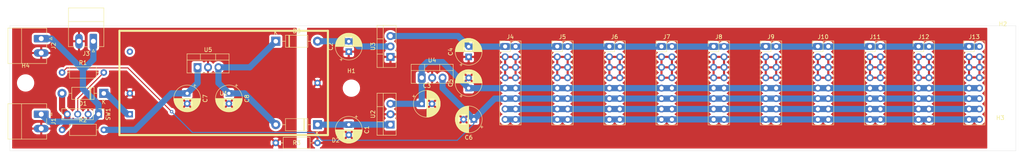
<source format=kicad_pcb>
(kicad_pcb (version 20171130) (host pcbnew 5.1.6)
  (layers (0 F.Cu signal) (31 B.Cu signal) (34 B.Paste user) (35 F.Paste user) (36 B.SilkS user) (37 F.SilkS user) (38 B.Mask user) (39 F.Mask user) (44 Edge.Cuts user))
  (net 0 "")
  (net 1 0V)
  (net 2 +12V)
  (net 3 -12V)
  (net 4 "Net-(D1-Pad1)")
  (net 5 GND)
  (net 6 "Net-(J1-Pad1)")
  (net 7 "Net-(R1-Pad2)")
  (net 8 "Net-(U1-Pad3)")
  (net 9 +5V)
  (net 10 Gate)
  (net 11 CV)
  (net 12 +15V)
  (net 13 -15V)
  (net 14 "Net-(C7-Pad1)")
  (net 15 "Net-(C8-Pad1)")
  (net 16 VIN)
  (module MountingHole:MountingHole_3.2mm_M3 (layer F.Cu) (at 41.91 88.9)
    (fp_text reference H4 (at 0 -4.2) (layer F.SilkS))
    (fp_text value MountingHole)
    (pad 1 np_thru_hole circle (at 0 0) (size 3.2 3.2) (drill 3.2) (layers *.Cu *.Mask))
  )
  (module MountingHole:MountingHole_3.2mm_M3 (layer F.Cu) (at 279.4 101.6)
    (fp_text reference H3 (at 0 -4.2) (layer F.SilkS))
    (fp_text value MountingHole)
    (pad 1 np_thru_hole circle (at 0 0) (size 3.2 3.2) (drill 3.2) (layers *.Cu *.Mask))
  )
  (module MountingHole:MountingHole_3.2mm_M3 (layer F.Cu) (at 280.035 78.74)
    (fp_text reference H2 (at 0 -4.2) (layer F.SilkS))
    (fp_text value MountingHole)
    (pad 1 np_thru_hole circle (at 0 0) (size 3.2 3.2) (drill 3.2) (layers *.Cu *.Mask))
  )
  (module MountingHole:MountingHole_3.2mm_M3 (layer F.Cu) (at 121.285 90.17)
    (fp_text reference H1 (at 0 -4.2) (layer F.SilkS))
    (fp_text value MountingHole)
    (pad 1 np_thru_hole circle (at 0 0) (size 3.2 3.2) (drill 3.2) (layers *.Cu *.Mask))
  )
  (module Package_TO_SOT_THT:TO-220-3_Vertical (layer F.Cu) (at 83.82 85.09)
    (fp_text reference U5 (at 2.54 -4.27) (layer F.SilkS))
    (fp_text value VR20S12)
    (pad 3 thru_hole oval (at 5.08 0) (size 1.905 2) (drill 1.1) (layers *.Cu *.Mask) (net 15 "Net-(C8-Pad1)"))
    (pad 2 thru_hole oval (at 2.54 0) (size 1.905 2) (drill 1.1) (layers *.Cu *.Mask) (net 5 GND))
    (pad 1 thru_hole rect (at 0 0) (size 1.905 2) (drill 1.1) (layers *.Cu *.Mask) (net 14 "Net-(C7-Pad1)"))
  )
  (module Resistor_THT:R_Axial_DIN0207_L6.3mm_D2.5mm_P10.16mm_Horizontal (layer F.Cu) (at 102.87 103.505)
    (fp_text reference R3 (at 5.08 0) (layer F.SilkS))
    (fp_text value 0R)
    (pad 2 thru_hole oval (at 10.16 0) (size 1.6 1.6) (drill 0.8) (layers *.Cu *.Mask) (net 1 0V))
    (pad 1 thru_hole circle (at 0 0) (size 1.6 1.6) (drill 0.8) (layers *.Cu *.Mask) (net 5 GND))
  )
  (module Resistor_THT:R_Axial_DIN0207_L6.3mm_D2.5mm_P10.16mm_Horizontal (layer F.Cu) (at 50.8 100.33)
    (fp_text reference R2 (at 5.08 -2.37) (layer F.SilkS))
    (fp_text value 0R)
    (pad 2 thru_hole oval (at 10.16 0) (size 1.6 1.6) (drill 0.8) (layers *.Cu *.Mask) (net 14 "Net-(C7-Pad1)"))
    (pad 1 thru_hole circle (at 0 0) (size 1.6 1.6) (drill 0.8) (layers *.Cu *.Mask) (net 16 VIN))
  )
  (module Diode_THT:D_DO-41_SOD81_P10.16mm_Horizontal (layer F.Cu) (at 102.87 78.74)
    (fp_text reference D3 (at 5.08 -2.47) (layer F.SilkS))
    (fp_text value 1N5406RLG)
    (fp_text user K (at 0 -2.1) (layer F.SilkS))
    (pad 2 thru_hole oval (at 10.16 0) (size 2.2 2.2) (drill 1.1) (layers *.Cu *.Mask) (net 13 -15V))
    (pad 1 thru_hole rect (at 0 0) (size 2.2 2.2) (drill 1.1) (layers *.Cu *.Mask) (net 15 "Net-(C8-Pad1)"))
  )
  (module Diode_THT:D_DO-41_SOD81_P10.16mm_Horizontal (layer F.Cu) (at 113.03 99.06 180)
    (fp_text reference D2 (at -4.445 -3.81) (layer F.SilkS))
    (fp_text value 1N5406RLG)
    (fp_text user K (at 0 -2.1) (layer F.SilkS))
    (pad 2 thru_hole oval (at 10.16 0 180) (size 2.2 2.2) (drill 1.1) (layers *.Cu *.Mask) (net 15 "Net-(C8-Pad1)"))
    (pad 1 thru_hole rect (at 0 0 180) (size 2.2 2.2) (drill 1.1) (layers *.Cu *.Mask) (net 12 +15V))
  )
  (module Capacitor_THT:CP_Radial_D6.3mm_P2.50mm (layer F.Cu) (at 91.44 91.44 270)
    (fp_text reference C8 (at 1.25 -4.4 90) (layer F.SilkS))
    (fp_text value 22u/50V)
    (pad 2 thru_hole circle (at 2.5 0 270) (size 1.6 1.6) (drill 0.8) (layers *.Cu *.Mask) (net 5 GND))
    (pad 1 thru_hole rect (at 0 0 270) (size 1.6 1.6) (drill 0.8) (layers *.Cu *.Mask) (net 15 "Net-(C8-Pad1)"))
  )
  (module Capacitor_THT:CP_Radial_D6.3mm_P2.50mm (layer F.Cu) (at 81.28 91.44 270)
    (fp_text reference C7 (at 1.25 -4.4 90) (layer F.SilkS))
    (fp_text value 22u/50V)
    (pad 2 thru_hole circle (at 2.5 0 270) (size 1.6 1.6) (drill 0.8) (layers *.Cu *.Mask) (net 5 GND))
    (pad 1 thru_hole rect (at 0 0 270) (size 1.6 1.6) (drill 0.8) (layers *.Cu *.Mask) (net 14 "Net-(C7-Pad1)"))
  )
  (module Connector_Phoenix_MC:PhoenixContact_MC_1,5_2-G-3.5_1x02_P3.50mm_Horizontal (layer F.Cu) (at 58.42 78.74 180)
    (fp_text reference J3 (at 1.75 -3) (layer F.SilkS))
    (fp_text value Conn_01x02_Male)
    (pad 2 thru_hole oval (at 3.5 0 180) (size 1.8 3.6) (drill 1.2) (layers *.Cu *.Mask) (net 5 GND))
    (pad 1 thru_hole roundrect (at 0 0 180) (size 1.8 3.6) (drill 1.2) (layers *.Cu *.Mask) (roundrect_rratio 0.138889) (net 6 "Net-(J1-Pad1)"))
  )
  (module Connector_Phoenix_MC:PhoenixContact_MC_1,5_2-G-3.5_1x02_P3.50mm_Horizontal (layer F.Cu) (at 45.72 78.105 270)
    (fp_text reference J2 (at 1.75 -3 90) (layer F.SilkS))
    (fp_text value Conn_01x02_Male)
    (pad 2 thru_hole oval (at 3.5 0 270) (size 1.8 3.6) (drill 1.2) (layers *.Cu *.Mask) (net 5 GND))
    (pad 1 thru_hole roundrect (at 0 0 270) (size 1.8 3.6) (drill 1.2) (layers *.Cu *.Mask) (roundrect_rratio 0.138889) (net 6 "Net-(J1-Pad1)"))
  )
  (module Connector_Phoenix_MC:PhoenixContact_MC_1,5_2-G-3.5_1x02_P3.50mm_Horizontal (layer F.Cu) (at 45.72 96.52 270)
    (fp_text reference J1 (at 1.75 -3 90) (layer F.SilkS))
    (fp_text value Conn_01x02_Male)
    (pad 2 thru_hole oval (at 3.5 0 270) (size 1.8 3.6) (drill 1.2) (layers *.Cu *.Mask) (net 5 GND))
    (pad 1 thru_hole roundrect (at 0 0 270) (size 1.8 3.6) (drill 1.2) (layers *.Cu *.Mask) (roundrect_rratio 0.138889) (net 6 "Net-(J1-Pad1)"))
  )
  (module Package_TO_SOT_THT:TO-220-3_Vertical (layer F.Cu) (at 130.81 82.55 90)
    (fp_text reference U3 (at 2.54 -4.27 90) (layer F.SilkS))
    (fp_text value LM7912_TO220)
    (pad 3 thru_hole oval (at 5.08 0 90) (size 1.905 2) (drill 1.1) (layers *.Cu *.Mask) (net 3 -12V))
    (pad 2 thru_hole oval (at 2.54 0 90) (size 1.905 2) (drill 1.1) (layers *.Cu *.Mask) (net 13 -15V))
    (pad 1 thru_hole rect (at 0 0 90) (size 1.905 2) (drill 1.1) (layers *.Cu *.Mask) (net 1 0V))
  )
  (module Package_TO_SOT_THT:TO-220-3_Vertical (layer F.Cu) (at 130.81 99.06 90)
    (fp_text reference U2 (at 2.54 -4.27 90) (layer F.SilkS))
    (fp_text value LM7812_TO220)
    (pad 3 thru_hole oval (at 5.08 0 90) (size 1.905 2) (drill 1.1) (layers *.Cu *.Mask) (net 2 +12V))
    (pad 2 thru_hole oval (at 2.54 0 90) (size 1.905 2) (drill 1.1) (layers *.Cu *.Mask) (net 1 0V))
    (pad 1 thru_hole rect (at 0 0 90) (size 1.905 2) (drill 1.1) (layers *.Cu *.Mask) (net 12 +15V))
  )
  (module Connector_PinHeader_2.54mm:PinHeader_2x08_P2.54mm_Vertical (layer F.Cu) (at 271.78 80.01)
    (fp_text reference J13 (at 1.27 -2.33) (layer F.SilkS))
    (fp_text value Conn_02x08_Odd_Even)
    (pad 16 thru_hole oval (at 2.54 17.78) (size 1.7 1.7) (drill 1) (layers *.Cu *.Mask) (net 10 Gate))
    (pad 15 thru_hole oval (at 0 17.78) (size 1.7 1.7) (drill 1) (layers *.Cu *.Mask) (net 10 Gate))
    (pad 14 thru_hole oval (at 2.54 15.24) (size 1.7 1.7) (drill 1) (layers *.Cu *.Mask) (net 11 CV))
    (pad 13 thru_hole oval (at 0 15.24) (size 1.7 1.7) (drill 1) (layers *.Cu *.Mask) (net 11 CV))
    (pad 12 thru_hole oval (at 2.54 12.7) (size 1.7 1.7) (drill 1) (layers *.Cu *.Mask) (net 9 +5V))
    (pad 11 thru_hole oval (at 0 12.7) (size 1.7 1.7) (drill 1) (layers *.Cu *.Mask) (net 9 +5V))
    (pad 10 thru_hole oval (at 2.54 10.16) (size 1.7 1.7) (drill 1) (layers *.Cu *.Mask) (net 2 +12V))
    (pad 9 thru_hole oval (at 0 10.16) (size 1.7 1.7) (drill 1) (layers *.Cu *.Mask) (net 2 +12V))
    (pad 8 thru_hole oval (at 2.54 7.62) (size 1.7 1.7) (drill 1) (layers *.Cu *.Mask) (net 1 0V))
    (pad 7 thru_hole oval (at 0 7.62) (size 1.7 1.7) (drill 1) (layers *.Cu *.Mask) (net 1 0V))
    (pad 6 thru_hole oval (at 2.54 5.08) (size 1.7 1.7) (drill 1) (layers *.Cu *.Mask) (net 1 0V))
    (pad 5 thru_hole oval (at 0 5.08) (size 1.7 1.7) (drill 1) (layers *.Cu *.Mask) (net 1 0V))
    (pad 4 thru_hole oval (at 2.54 2.54) (size 1.7 1.7) (drill 1) (layers *.Cu *.Mask) (net 1 0V))
    (pad 3 thru_hole oval (at 0 2.54) (size 1.7 1.7) (drill 1) (layers *.Cu *.Mask) (net 1 0V))
    (pad 2 thru_hole oval (at 2.54 0) (size 1.7 1.7) (drill 1) (layers *.Cu *.Mask) (net 3 -12V))
    (pad 1 thru_hole rect (at 0 0) (size 1.7 1.7) (drill 1) (layers *.Cu *.Mask) (net 3 -12V))
  )
  (module Connector_PinHeader_2.54mm:PinHeader_2x08_P2.54mm_Vertical (layer F.Cu) (at 259.484759 80.01)
    (fp_text reference J12 (at 1.27 -2.33) (layer F.SilkS))
    (fp_text value Conn_02x08_Odd_Even)
    (pad 16 thru_hole oval (at 2.54 17.78) (size 1.7 1.7) (drill 1) (layers *.Cu *.Mask) (net 10 Gate))
    (pad 15 thru_hole oval (at 0 17.78) (size 1.7 1.7) (drill 1) (layers *.Cu *.Mask) (net 10 Gate))
    (pad 14 thru_hole oval (at 2.54 15.24) (size 1.7 1.7) (drill 1) (layers *.Cu *.Mask) (net 11 CV))
    (pad 13 thru_hole oval (at 0 15.24) (size 1.7 1.7) (drill 1) (layers *.Cu *.Mask) (net 11 CV))
    (pad 12 thru_hole oval (at 2.54 12.7) (size 1.7 1.7) (drill 1) (layers *.Cu *.Mask) (net 9 +5V))
    (pad 11 thru_hole oval (at 0 12.7) (size 1.7 1.7) (drill 1) (layers *.Cu *.Mask) (net 9 +5V))
    (pad 10 thru_hole oval (at 2.54 10.16) (size 1.7 1.7) (drill 1) (layers *.Cu *.Mask) (net 2 +12V))
    (pad 9 thru_hole oval (at 0 10.16) (size 1.7 1.7) (drill 1) (layers *.Cu *.Mask) (net 2 +12V))
    (pad 8 thru_hole oval (at 2.54 7.62) (size 1.7 1.7) (drill 1) (layers *.Cu *.Mask) (net 1 0V))
    (pad 7 thru_hole oval (at 0 7.62) (size 1.7 1.7) (drill 1) (layers *.Cu *.Mask) (net 1 0V))
    (pad 6 thru_hole oval (at 2.54 5.08) (size 1.7 1.7) (drill 1) (layers *.Cu *.Mask) (net 1 0V))
    (pad 5 thru_hole oval (at 0 5.08) (size 1.7 1.7) (drill 1) (layers *.Cu *.Mask) (net 1 0V))
    (pad 4 thru_hole oval (at 2.54 2.54) (size 1.7 1.7) (drill 1) (layers *.Cu *.Mask) (net 1 0V))
    (pad 3 thru_hole oval (at 0 2.54) (size 1.7 1.7) (drill 1) (layers *.Cu *.Mask) (net 1 0V))
    (pad 2 thru_hole oval (at 2.54 0) (size 1.7 1.7) (drill 1) (layers *.Cu *.Mask) (net 3 -12V))
    (pad 1 thru_hole rect (at 0 0) (size 1.7 1.7) (drill 1) (layers *.Cu *.Mask) (net 3 -12V))
  )
  (module Connector_PinHeader_2.54mm:PinHeader_2x08_P2.54mm_Vertical (layer F.Cu) (at 247.65 80.01)
    (fp_text reference J11 (at 1.27 -2.33) (layer F.SilkS))
    (fp_text value Conn_02x08_Odd_Even)
    (pad 16 thru_hole oval (at 2.54 17.78) (size 1.7 1.7) (drill 1) (layers *.Cu *.Mask) (net 10 Gate))
    (pad 15 thru_hole oval (at 0 17.78) (size 1.7 1.7) (drill 1) (layers *.Cu *.Mask) (net 10 Gate))
    (pad 14 thru_hole oval (at 2.54 15.24) (size 1.7 1.7) (drill 1) (layers *.Cu *.Mask) (net 11 CV))
    (pad 13 thru_hole oval (at 0 15.24) (size 1.7 1.7) (drill 1) (layers *.Cu *.Mask) (net 11 CV))
    (pad 12 thru_hole oval (at 2.54 12.7) (size 1.7 1.7) (drill 1) (layers *.Cu *.Mask) (net 9 +5V))
    (pad 11 thru_hole oval (at 0 12.7) (size 1.7 1.7) (drill 1) (layers *.Cu *.Mask) (net 9 +5V))
    (pad 10 thru_hole oval (at 2.54 10.16) (size 1.7 1.7) (drill 1) (layers *.Cu *.Mask) (net 2 +12V))
    (pad 9 thru_hole oval (at 0 10.16) (size 1.7 1.7) (drill 1) (layers *.Cu *.Mask) (net 2 +12V))
    (pad 8 thru_hole oval (at 2.54 7.62) (size 1.7 1.7) (drill 1) (layers *.Cu *.Mask) (net 1 0V))
    (pad 7 thru_hole oval (at 0 7.62) (size 1.7 1.7) (drill 1) (layers *.Cu *.Mask) (net 1 0V))
    (pad 6 thru_hole oval (at 2.54 5.08) (size 1.7 1.7) (drill 1) (layers *.Cu *.Mask) (net 1 0V))
    (pad 5 thru_hole oval (at 0 5.08) (size 1.7 1.7) (drill 1) (layers *.Cu *.Mask) (net 1 0V))
    (pad 4 thru_hole oval (at 2.54 2.54) (size 1.7 1.7) (drill 1) (layers *.Cu *.Mask) (net 1 0V))
    (pad 3 thru_hole oval (at 0 2.54) (size 1.7 1.7) (drill 1) (layers *.Cu *.Mask) (net 1 0V))
    (pad 2 thru_hole oval (at 2.54 0) (size 1.7 1.7) (drill 1) (layers *.Cu *.Mask) (net 3 -12V))
    (pad 1 thru_hole rect (at 0 0) (size 1.7 1.7) (drill 1) (layers *.Cu *.Mask) (net 3 -12V))
  )
  (module Connector_PinHeader_2.54mm:PinHeader_2x08_P2.54mm_Vertical (layer F.Cu) (at 234.95 80.01)
    (fp_text reference J10 (at 1.27 -2.33) (layer F.SilkS))
    (fp_text value Conn_02x08_Odd_Even)
    (pad 16 thru_hole oval (at 2.54 17.78) (size 1.7 1.7) (drill 1) (layers *.Cu *.Mask) (net 10 Gate))
    (pad 15 thru_hole oval (at 0 17.78) (size 1.7 1.7) (drill 1) (layers *.Cu *.Mask) (net 10 Gate))
    (pad 14 thru_hole oval (at 2.54 15.24) (size 1.7 1.7) (drill 1) (layers *.Cu *.Mask) (net 11 CV))
    (pad 13 thru_hole oval (at 0 15.24) (size 1.7 1.7) (drill 1) (layers *.Cu *.Mask) (net 11 CV))
    (pad 12 thru_hole oval (at 2.54 12.7) (size 1.7 1.7) (drill 1) (layers *.Cu *.Mask) (net 9 +5V))
    (pad 11 thru_hole oval (at 0 12.7) (size 1.7 1.7) (drill 1) (layers *.Cu *.Mask) (net 9 +5V))
    (pad 10 thru_hole oval (at 2.54 10.16) (size 1.7 1.7) (drill 1) (layers *.Cu *.Mask) (net 2 +12V))
    (pad 9 thru_hole oval (at 0 10.16) (size 1.7 1.7) (drill 1) (layers *.Cu *.Mask) (net 2 +12V))
    (pad 8 thru_hole oval (at 2.54 7.62) (size 1.7 1.7) (drill 1) (layers *.Cu *.Mask) (net 1 0V))
    (pad 7 thru_hole oval (at 0 7.62) (size 1.7 1.7) (drill 1) (layers *.Cu *.Mask) (net 1 0V))
    (pad 6 thru_hole oval (at 2.54 5.08) (size 1.7 1.7) (drill 1) (layers *.Cu *.Mask) (net 1 0V))
    (pad 5 thru_hole oval (at 0 5.08) (size 1.7 1.7) (drill 1) (layers *.Cu *.Mask) (net 1 0V))
    (pad 4 thru_hole oval (at 2.54 2.54) (size 1.7 1.7) (drill 1) (layers *.Cu *.Mask) (net 1 0V))
    (pad 3 thru_hole oval (at 0 2.54) (size 1.7 1.7) (drill 1) (layers *.Cu *.Mask) (net 1 0V))
    (pad 2 thru_hole oval (at 2.54 0) (size 1.7 1.7) (drill 1) (layers *.Cu *.Mask) (net 3 -12V))
    (pad 1 thru_hole rect (at 0 0) (size 1.7 1.7) (drill 1) (layers *.Cu *.Mask) (net 3 -12V))
  )
  (module Connector_PinHeader_2.54mm:PinHeader_2x08_P2.54mm_Vertical (layer F.Cu) (at 222.25 80.01)
    (fp_text reference J9 (at 1.27 -2.33) (layer F.SilkS))
    (fp_text value Conn_02x08_Odd_Even)
    (pad 16 thru_hole oval (at 2.54 17.78) (size 1.7 1.7) (drill 1) (layers *.Cu *.Mask) (net 10 Gate))
    (pad 15 thru_hole oval (at 0 17.78) (size 1.7 1.7) (drill 1) (layers *.Cu *.Mask) (net 10 Gate))
    (pad 14 thru_hole oval (at 2.54 15.24) (size 1.7 1.7) (drill 1) (layers *.Cu *.Mask) (net 11 CV))
    (pad 13 thru_hole oval (at 0 15.24) (size 1.7 1.7) (drill 1) (layers *.Cu *.Mask) (net 11 CV))
    (pad 12 thru_hole oval (at 2.54 12.7) (size 1.7 1.7) (drill 1) (layers *.Cu *.Mask) (net 9 +5V))
    (pad 11 thru_hole oval (at 0 12.7) (size 1.7 1.7) (drill 1) (layers *.Cu *.Mask) (net 9 +5V))
    (pad 10 thru_hole oval (at 2.54 10.16) (size 1.7 1.7) (drill 1) (layers *.Cu *.Mask) (net 2 +12V))
    (pad 9 thru_hole oval (at 0 10.16) (size 1.7 1.7) (drill 1) (layers *.Cu *.Mask) (net 2 +12V))
    (pad 8 thru_hole oval (at 2.54 7.62) (size 1.7 1.7) (drill 1) (layers *.Cu *.Mask) (net 1 0V))
    (pad 7 thru_hole oval (at 0 7.62) (size 1.7 1.7) (drill 1) (layers *.Cu *.Mask) (net 1 0V))
    (pad 6 thru_hole oval (at 2.54 5.08) (size 1.7 1.7) (drill 1) (layers *.Cu *.Mask) (net 1 0V))
    (pad 5 thru_hole oval (at 0 5.08) (size 1.7 1.7) (drill 1) (layers *.Cu *.Mask) (net 1 0V))
    (pad 4 thru_hole oval (at 2.54 2.54) (size 1.7 1.7) (drill 1) (layers *.Cu *.Mask) (net 1 0V))
    (pad 3 thru_hole oval (at 0 2.54) (size 1.7 1.7) (drill 1) (layers *.Cu *.Mask) (net 1 0V))
    (pad 2 thru_hole oval (at 2.54 0) (size 1.7 1.7) (drill 1) (layers *.Cu *.Mask) (net 3 -12V))
    (pad 1 thru_hole rect (at 0 0) (size 1.7 1.7) (drill 1) (layers *.Cu *.Mask) (net 3 -12V))
  )
  (module Connector_PinHeader_2.54mm:PinHeader_2x08_P2.54mm_Vertical (layer F.Cu) (at 209.55 80.01)
    (fp_text reference J8 (at 1.27 -2.33) (layer F.SilkS))
    (fp_text value Conn_02x08_Odd_Even)
    (pad 16 thru_hole oval (at 2.54 17.78) (size 1.7 1.7) (drill 1) (layers *.Cu *.Mask) (net 10 Gate))
    (pad 15 thru_hole oval (at 0 17.78) (size 1.7 1.7) (drill 1) (layers *.Cu *.Mask) (net 10 Gate))
    (pad 14 thru_hole oval (at 2.54 15.24) (size 1.7 1.7) (drill 1) (layers *.Cu *.Mask) (net 11 CV))
    (pad 13 thru_hole oval (at 0 15.24) (size 1.7 1.7) (drill 1) (layers *.Cu *.Mask) (net 11 CV))
    (pad 12 thru_hole oval (at 2.54 12.7) (size 1.7 1.7) (drill 1) (layers *.Cu *.Mask) (net 9 +5V))
    (pad 11 thru_hole oval (at 0 12.7) (size 1.7 1.7) (drill 1) (layers *.Cu *.Mask) (net 9 +5V))
    (pad 10 thru_hole oval (at 2.54 10.16) (size 1.7 1.7) (drill 1) (layers *.Cu *.Mask) (net 2 +12V))
    (pad 9 thru_hole oval (at 0 10.16) (size 1.7 1.7) (drill 1) (layers *.Cu *.Mask) (net 2 +12V))
    (pad 8 thru_hole oval (at 2.54 7.62) (size 1.7 1.7) (drill 1) (layers *.Cu *.Mask) (net 1 0V))
    (pad 7 thru_hole oval (at 0 7.62) (size 1.7 1.7) (drill 1) (layers *.Cu *.Mask) (net 1 0V))
    (pad 6 thru_hole oval (at 2.54 5.08) (size 1.7 1.7) (drill 1) (layers *.Cu *.Mask) (net 1 0V))
    (pad 5 thru_hole oval (at 0 5.08) (size 1.7 1.7) (drill 1) (layers *.Cu *.Mask) (net 1 0V))
    (pad 4 thru_hole oval (at 2.54 2.54) (size 1.7 1.7) (drill 1) (layers *.Cu *.Mask) (net 1 0V))
    (pad 3 thru_hole oval (at 0 2.54) (size 1.7 1.7) (drill 1) (layers *.Cu *.Mask) (net 1 0V))
    (pad 2 thru_hole oval (at 2.54 0) (size 1.7 1.7) (drill 1) (layers *.Cu *.Mask) (net 3 -12V))
    (pad 1 thru_hole rect (at 0 0) (size 1.7 1.7) (drill 1) (layers *.Cu *.Mask) (net 3 -12V))
  )
  (module Connector_PinHeader_2.54mm:PinHeader_2x08_P2.54mm_Vertical (layer F.Cu) (at 196.85 80.01)
    (fp_text reference J7 (at 1.27 -2.33) (layer F.SilkS))
    (fp_text value Conn_02x08_Odd_Even)
    (pad 16 thru_hole oval (at 2.54 17.78) (size 1.7 1.7) (drill 1) (layers *.Cu *.Mask) (net 10 Gate))
    (pad 15 thru_hole oval (at 0 17.78) (size 1.7 1.7) (drill 1) (layers *.Cu *.Mask) (net 10 Gate))
    (pad 14 thru_hole oval (at 2.54 15.24) (size 1.7 1.7) (drill 1) (layers *.Cu *.Mask) (net 11 CV))
    (pad 13 thru_hole oval (at 0 15.24) (size 1.7 1.7) (drill 1) (layers *.Cu *.Mask) (net 11 CV))
    (pad 12 thru_hole oval (at 2.54 12.7) (size 1.7 1.7) (drill 1) (layers *.Cu *.Mask) (net 9 +5V))
    (pad 11 thru_hole oval (at 0 12.7) (size 1.7 1.7) (drill 1) (layers *.Cu *.Mask) (net 9 +5V))
    (pad 10 thru_hole oval (at 2.54 10.16) (size 1.7 1.7) (drill 1) (layers *.Cu *.Mask) (net 2 +12V))
    (pad 9 thru_hole oval (at 0 10.16) (size 1.7 1.7) (drill 1) (layers *.Cu *.Mask) (net 2 +12V))
    (pad 8 thru_hole oval (at 2.54 7.62) (size 1.7 1.7) (drill 1) (layers *.Cu *.Mask) (net 1 0V))
    (pad 7 thru_hole oval (at 0 7.62) (size 1.7 1.7) (drill 1) (layers *.Cu *.Mask) (net 1 0V))
    (pad 6 thru_hole oval (at 2.54 5.08) (size 1.7 1.7) (drill 1) (layers *.Cu *.Mask) (net 1 0V))
    (pad 5 thru_hole oval (at 0 5.08) (size 1.7 1.7) (drill 1) (layers *.Cu *.Mask) (net 1 0V))
    (pad 4 thru_hole oval (at 2.54 2.54) (size 1.7 1.7) (drill 1) (layers *.Cu *.Mask) (net 1 0V))
    (pad 3 thru_hole oval (at 0 2.54) (size 1.7 1.7) (drill 1) (layers *.Cu *.Mask) (net 1 0V))
    (pad 2 thru_hole oval (at 2.54 0) (size 1.7 1.7) (drill 1) (layers *.Cu *.Mask) (net 3 -12V))
    (pad 1 thru_hole rect (at 0 0) (size 1.7 1.7) (drill 1) (layers *.Cu *.Mask) (net 3 -12V))
  )
  (module Connector_PinHeader_2.54mm:PinHeader_2x08_P2.54mm_Vertical (layer F.Cu) (at 184.15 80.01)
    (fp_text reference J6 (at 1.27 -2.33) (layer F.SilkS))
    (fp_text value Conn_02x08_Odd_Even)
    (pad 16 thru_hole oval (at 2.54 17.78) (size 1.7 1.7) (drill 1) (layers *.Cu *.Mask) (net 10 Gate))
    (pad 15 thru_hole oval (at 0 17.78) (size 1.7 1.7) (drill 1) (layers *.Cu *.Mask) (net 10 Gate))
    (pad 14 thru_hole oval (at 2.54 15.24) (size 1.7 1.7) (drill 1) (layers *.Cu *.Mask) (net 11 CV))
    (pad 13 thru_hole oval (at 0 15.24) (size 1.7 1.7) (drill 1) (layers *.Cu *.Mask) (net 11 CV))
    (pad 12 thru_hole oval (at 2.54 12.7) (size 1.7 1.7) (drill 1) (layers *.Cu *.Mask) (net 9 +5V))
    (pad 11 thru_hole oval (at 0 12.7) (size 1.7 1.7) (drill 1) (layers *.Cu *.Mask) (net 9 +5V))
    (pad 10 thru_hole oval (at 2.54 10.16) (size 1.7 1.7) (drill 1) (layers *.Cu *.Mask) (net 2 +12V))
    (pad 9 thru_hole oval (at 0 10.16) (size 1.7 1.7) (drill 1) (layers *.Cu *.Mask) (net 2 +12V))
    (pad 8 thru_hole oval (at 2.54 7.62) (size 1.7 1.7) (drill 1) (layers *.Cu *.Mask) (net 1 0V))
    (pad 7 thru_hole oval (at 0 7.62) (size 1.7 1.7) (drill 1) (layers *.Cu *.Mask) (net 1 0V))
    (pad 6 thru_hole oval (at 2.54 5.08) (size 1.7 1.7) (drill 1) (layers *.Cu *.Mask) (net 1 0V))
    (pad 5 thru_hole oval (at 0 5.08) (size 1.7 1.7) (drill 1) (layers *.Cu *.Mask) (net 1 0V))
    (pad 4 thru_hole oval (at 2.54 2.54) (size 1.7 1.7) (drill 1) (layers *.Cu *.Mask) (net 1 0V))
    (pad 3 thru_hole oval (at 0 2.54) (size 1.7 1.7) (drill 1) (layers *.Cu *.Mask) (net 1 0V))
    (pad 2 thru_hole oval (at 2.54 0) (size 1.7 1.7) (drill 1) (layers *.Cu *.Mask) (net 3 -12V))
    (pad 1 thru_hole rect (at 0 0) (size 1.7 1.7) (drill 1) (layers *.Cu *.Mask) (net 3 -12V))
  )
  (module Connector_PinHeader_2.54mm:PinHeader_2x08_P2.54mm_Vertical (layer F.Cu) (at 171.45 80.01)
    (fp_text reference J5 (at 1.27 -2.33) (layer F.SilkS))
    (fp_text value Conn_02x08_Odd_Even)
    (pad 16 thru_hole oval (at 2.54 17.78) (size 1.7 1.7) (drill 1) (layers *.Cu *.Mask) (net 10 Gate))
    (pad 15 thru_hole oval (at 0 17.78) (size 1.7 1.7) (drill 1) (layers *.Cu *.Mask) (net 10 Gate))
    (pad 14 thru_hole oval (at 2.54 15.24) (size 1.7 1.7) (drill 1) (layers *.Cu *.Mask) (net 11 CV))
    (pad 13 thru_hole oval (at 0 15.24) (size 1.7 1.7) (drill 1) (layers *.Cu *.Mask) (net 11 CV))
    (pad 12 thru_hole oval (at 2.54 12.7) (size 1.7 1.7) (drill 1) (layers *.Cu *.Mask) (net 9 +5V))
    (pad 11 thru_hole oval (at 0 12.7) (size 1.7 1.7) (drill 1) (layers *.Cu *.Mask) (net 9 +5V))
    (pad 10 thru_hole oval (at 2.54 10.16) (size 1.7 1.7) (drill 1) (layers *.Cu *.Mask) (net 2 +12V))
    (pad 9 thru_hole oval (at 0 10.16) (size 1.7 1.7) (drill 1) (layers *.Cu *.Mask) (net 2 +12V))
    (pad 8 thru_hole oval (at 2.54 7.62) (size 1.7 1.7) (drill 1) (layers *.Cu *.Mask) (net 1 0V))
    (pad 7 thru_hole oval (at 0 7.62) (size 1.7 1.7) (drill 1) (layers *.Cu *.Mask) (net 1 0V))
    (pad 6 thru_hole oval (at 2.54 5.08) (size 1.7 1.7) (drill 1) (layers *.Cu *.Mask) (net 1 0V))
    (pad 5 thru_hole oval (at 0 5.08) (size 1.7 1.7) (drill 1) (layers *.Cu *.Mask) (net 1 0V))
    (pad 4 thru_hole oval (at 2.54 2.54) (size 1.7 1.7) (drill 1) (layers *.Cu *.Mask) (net 1 0V))
    (pad 3 thru_hole oval (at 0 2.54) (size 1.7 1.7) (drill 1) (layers *.Cu *.Mask) (net 1 0V))
    (pad 2 thru_hole oval (at 2.54 0) (size 1.7 1.7) (drill 1) (layers *.Cu *.Mask) (net 3 -12V))
    (pad 1 thru_hole rect (at 0 0) (size 1.7 1.7) (drill 1) (layers *.Cu *.Mask) (net 3 -12V))
  )
  (module Connector_PinHeader_2.54mm:PinHeader_2x08_P2.54mm_Vertical (layer F.Cu) (at 158.75 80.01)
    (fp_text reference J4 (at 1.27 -2.33) (layer F.SilkS))
    (fp_text value Conn_02x08_Odd_Even)
    (pad 16 thru_hole oval (at 2.54 17.78) (size 1.7 1.7) (drill 1) (layers *.Cu *.Mask) (net 10 Gate))
    (pad 15 thru_hole oval (at 0 17.78) (size 1.7 1.7) (drill 1) (layers *.Cu *.Mask) (net 10 Gate))
    (pad 14 thru_hole oval (at 2.54 15.24) (size 1.7 1.7) (drill 1) (layers *.Cu *.Mask) (net 11 CV))
    (pad 13 thru_hole oval (at 0 15.24) (size 1.7 1.7) (drill 1) (layers *.Cu *.Mask) (net 11 CV))
    (pad 12 thru_hole oval (at 2.54 12.7) (size 1.7 1.7) (drill 1) (layers *.Cu *.Mask) (net 9 +5V))
    (pad 11 thru_hole oval (at 0 12.7) (size 1.7 1.7) (drill 1) (layers *.Cu *.Mask) (net 9 +5V))
    (pad 10 thru_hole oval (at 2.54 10.16) (size 1.7 1.7) (drill 1) (layers *.Cu *.Mask) (net 2 +12V))
    (pad 9 thru_hole oval (at 0 10.16) (size 1.7 1.7) (drill 1) (layers *.Cu *.Mask) (net 2 +12V))
    (pad 8 thru_hole oval (at 2.54 7.62) (size 1.7 1.7) (drill 1) (layers *.Cu *.Mask) (net 1 0V))
    (pad 7 thru_hole oval (at 0 7.62) (size 1.7 1.7) (drill 1) (layers *.Cu *.Mask) (net 1 0V))
    (pad 6 thru_hole oval (at 2.54 5.08) (size 1.7 1.7) (drill 1) (layers *.Cu *.Mask) (net 1 0V))
    (pad 5 thru_hole oval (at 0 5.08) (size 1.7 1.7) (drill 1) (layers *.Cu *.Mask) (net 1 0V))
    (pad 4 thru_hole oval (at 2.54 2.54) (size 1.7 1.7) (drill 1) (layers *.Cu *.Mask) (net 1 0V))
    (pad 3 thru_hole oval (at 0 2.54) (size 1.7 1.7) (drill 1) (layers *.Cu *.Mask) (net 1 0V))
    (pad 2 thru_hole oval (at 2.54 0) (size 1.7 1.7) (drill 1) (layers *.Cu *.Mask) (net 3 -12V))
    (pad 1 thru_hole rect (at 0 0) (size 1.7 1.7) (drill 1) (layers *.Cu *.Mask) (net 3 -12V))
  )
  (module Capacitor_THT:CP_Radial_D6.3mm_P2.50mm (layer F.Cu) (at 151.13 97.79 180)
    (fp_text reference C6 (at 1.25 -4.4) (layer F.SilkS))
    (fp_text value 330n)
    (pad 2 thru_hole circle (at 2.5 0 180) (size 1.6 1.6) (drill 0.8) (layers *.Cu *.Mask) (net 1 0V))
    (pad 1 thru_hole rect (at 0 0 180) (size 1.6 1.6) (drill 0.8) (layers *.Cu *.Mask) (net 9 +5V))
  )
  (module Package_TO_SOT_THT:TO-220-3_Vertical (layer F.Cu) (at 138.43 87.63)
    (fp_text reference U4 (at 2.54 -4.27) (layer F.SilkS))
    (fp_text value LM7805_TO220)
    (pad 3 thru_hole oval (at 5.08 0) (size 1.905 2) (drill 1.1) (layers *.Cu *.Mask) (net 9 +5V))
    (pad 2 thru_hole oval (at 2.54 0) (size 1.905 2) (drill 1.1) (layers *.Cu *.Mask) (net 1 0V))
    (pad 1 thru_hole rect (at 0 0) (size 1.905 2) (drill 1.1) (layers *.Cu *.Mask) (net 2 +12V))
  )
  (module psu:PYBE30 (layer F.Cu) (at 90.17 88.9)
    (fp_text reference U1 (at 0 2.54) (layer F.SilkS))
    (fp_text value PYBE30-Q24-D15)
    (pad 5 thru_hole circle (at 22.86 0) (size 1.524 1.524) (drill 0.762) (layers *.Cu *.Mask) (net 1 0V))
    (pad 4 thru_hole circle (at 22.86 -10.16) (size 1.524 1.524) (drill 0.762) (layers *.Cu *.Mask) (net 13 -15V))
    (pad 6 thru_hole circle (at 22.86 10.16) (size 1.524 1.524) (drill 0.762) (layers *.Cu *.Mask) (net 12 +15V))
    (pad 3 thru_hole circle (at -22.86 -7.62) (size 1.524 1.524) (drill 0.762) (layers *.Cu *.Mask) (net 8 "Net-(U1-Pad3)"))
    (pad 2 thru_hole circle (at -22.86 2.54) (size 1.524 1.524) (drill 0.762) (layers *.Cu *.Mask) (net 5 GND))
    (pad 1 thru_hole rect (at -22.86 7.62) (size 1.524 1.524) (drill 0.762) (layers *.Cu *.Mask) (net 4 "Net-(D1-Pad1)"))
  )
  (module Connector_PinHeader_2.54mm:PinHeader_1x04_P2.54mm_Vertical (layer F.Cu) (at 59.69 96.52 270)
    (fp_text reference SW1 (at 0 -2.33 90) (layer F.SilkS))
    (fp_text value SW_MEC_5G_LED)
    (pad 4 thru_hole oval (at 0 7.62 270) (size 1.7 1.7) (drill 1) (layers *.Cu *.Mask) (net 16 VIN))
    (pad 3 thru_hole oval (at 0 5.08 270) (size 1.7 1.7) (drill 1) (layers *.Cu *.Mask) (net 7 "Net-(R1-Pad2)"))
    (pad 2 thru_hole oval (at 0 2.54 270) (size 1.7 1.7) (drill 1) (layers *.Cu *.Mask) (net 5 GND))
    (pad 1 thru_hole rect (at 0 0 270) (size 1.7 1.7) (drill 1) (layers *.Cu *.Mask) (net 6 "Net-(J1-Pad1)"))
  )
  (module Resistor_THT:R_Axial_DIN0207_L6.3mm_D2.5mm_P10.16mm_Horizontal (layer F.Cu) (at 50.8 86.36)
    (fp_text reference R1 (at 5.08 -2.37) (layer F.SilkS))
    (fp_text value R)
    (pad 2 thru_hole oval (at 10.16 0) (size 1.6 1.6) (drill 0.8) (layers *.Cu *.Mask) (net 7 "Net-(R1-Pad2)"))
    (pad 1 thru_hole circle (at 0 0) (size 1.6 1.6) (drill 0.8) (layers *.Cu *.Mask) (net 9 +5V))
  )
  (module Diode_THT:D_DO-41_SOD81_P10.16mm_Horizontal (layer F.Cu) (at 60.96 91.44 180)
    (fp_text reference D1 (at 5.08 -2.47) (layer F.SilkS))
    (fp_text value 1N5406RLG)
    (fp_text user K (at 0 -2.1) (layer F.SilkS))
    (pad 2 thru_hole oval (at 10.16 0 180) (size 2.2 2.2) (drill 1.1) (layers *.Cu *.Mask) (net 16 VIN))
    (pad 1 thru_hole rect (at 0 0 180) (size 2.2 2.2) (drill 1.1) (layers *.Cu *.Mask) (net 4 "Net-(D1-Pad1)"))
  )
  (module Capacitor_THT:CP_Radial_D6.3mm_P2.50mm (layer F.Cu) (at 149.86 90.17 90)
    (fp_text reference C5 (at 1.25 -4.4 90) (layer F.SilkS))
    (fp_text value 330n)
    (pad 2 thru_hole circle (at 2.5 0 90) (size 1.6 1.6) (drill 0.8) (layers *.Cu *.Mask) (net 1 0V))
    (pad 1 thru_hole rect (at 0 0 90) (size 1.6 1.6) (drill 0.8) (layers *.Cu *.Mask) (net 2 +12V))
  )
  (module Capacitor_THT:CP_Radial_D6.3mm_P2.50mm (layer F.Cu) (at 149.86 82.55 90)
    (fp_text reference C4 (at 1.25 -4.4 90) (layer F.SilkS))
    (fp_text value 330n)
    (pad 2 thru_hole circle (at 2.5 0 90) (size 1.6 1.6) (drill 0.8) (layers *.Cu *.Mask) (net 3 -12V))
    (pad 1 thru_hole rect (at 0 0 90) (size 1.6 1.6) (drill 0.8) (layers *.Cu *.Mask) (net 1 0V))
  )
  (module Capacitor_THT:CP_Radial_D6.3mm_P2.50mm (layer F.Cu) (at 138.43 93.98)
    (fp_text reference C3 (at 1.25 -4.4) (layer F.SilkS))
    (fp_text value 330n)
    (pad 2 thru_hole circle (at 2.5 0) (size 1.6 1.6) (drill 0.8) (layers *.Cu *.Mask) (net 1 0V))
    (pad 1 thru_hole rect (at 0 0) (size 1.6 1.6) (drill 0.8) (layers *.Cu *.Mask) (net 2 +12V))
  )
  (module Capacitor_THT:CP_Radial_D6.3mm_P2.50mm (layer F.Cu) (at 120.65 81.28 90)
    (fp_text reference C2 (at 1.25 -4.4 90) (layer F.SilkS))
    (fp_text value 330n)
    (pad 2 thru_hole circle (at 2.5 0 90) (size 1.6 1.6) (drill 0.8) (layers *.Cu *.Mask) (net 13 -15V))
    (pad 1 thru_hole rect (at 0 0 90) (size 1.6 1.6) (drill 0.8) (layers *.Cu *.Mask) (net 1 0V))
  )
  (module Capacitor_THT:CP_Radial_D6.3mm_P2.50mm (layer F.Cu) (at 120.65 99.06 270)
    (fp_text reference C1 (at 1.25 -4.4 90) (layer F.SilkS))
    (fp_text value 330n)
    (pad 2 thru_hole circle (at 2.5 0 270) (size 1.6 1.6) (drill 0.8) (layers *.Cu *.Mask) (net 1 0V))
    (pad 1 thru_hole rect (at 0 0 270) (size 1.6 1.6) (drill 0.8) (layers *.Cu *.Mask) (net 12 +15V))
  )
  (gr_line (start 38.1 74.93) (end 38.1 105.41) (layer Edge.Cuts) (width 0.05))
  (gr_line (start 53.34 74.93) (end 38.1 74.93) (layer Edge.Cuts) (width 0.05))
  (gr_line (start 283.21 105.41) (end 38.1 105.41) (layer Edge.Cuts) (width 0.05))
  (gr_line (start 283.21 74.93) (end 283.21 105.41) (layer Edge.Cuts) (width 0.05))
  (gr_line (start 158.75 74.93) (end 283.21 74.93) (layer Edge.Cuts) (width 0.05))
  (gr_line (start 53.34 74.93) (end 158.75 74.93) (layer Edge.Cuts) (width 0.05))
  (segment (start 149.9 87.63) (end 149.86 87.67) (width 1) (layer F.Cu) (net 1))
  (segment (start 140.97 94.02) (end 140.93 93.98) (width 1) (layer F.Cu) (net 1))
  (segment (start 140.93 87.67) (end 140.97 87.63) (width 1) (layer F.Cu) (net 1))
  (segment (start 130.77 96.56) (end 130.81 96.52) (width 1) (layer F.Cu) (net 1))
  (segment (start 274.32 90.17) (end 149.86 90.17) (width 1.5) (layer B.Cu) (net 2))
  (segment (start 130.81 93.98) (end 138.43 93.98) (width 1.5) (layer B.Cu) (net 2))
  (segment (start 138.43 87.63) (end 138.43 93.98) (width 1.5) (layer B.Cu) (net 2))
  (segment (start 143.51 83.82) (end 149.86 90.17) (width 1.5) (layer B.Cu) (net 2))
  (segment (start 139.74 83.82) (end 143.51 83.82) (width 1.5) (layer B.Cu) (net 2))
  (segment (start 138.43 85.13) (end 139.74 83.82) (width 1.5) (layer B.Cu) (net 2))
  (segment (start 138.43 87.63) (end 138.43 85.13) (width 1.5) (layer B.Cu) (net 2))
  (segment (start 158.71 80.05) (end 158.75 80.01) (width 1) (layer F.Cu) (net 3))
  (segment (start 147.28 77.47) (end 149.86 80.05) (width 1.5) (layer B.Cu) (net 3))
  (segment (start 130.81 77.47) (end 147.28 77.47) (width 1.5) (layer B.Cu) (net 3))
  (segment (start 274.28 80.05) (end 274.32 80.01) (width 1.5) (layer B.Cu) (net 3))
  (segment (start 149.86 80.05) (end 274.28 80.05) (width 1.5) (layer B.Cu) (net 3))
  (segment (start 61.595 91.44) (end 66.675 96.52) (width 1.5) (layer B.Cu) (net 4))
  (segment (start 66.675 96.52) (end 67.31 96.52) (width 1.5) (layer B.Cu) (net 4))
  (segment (start 60.96 91.44) (end 61.595 91.44) (width 1.5) (layer B.Cu) (net 4))
  (segment (start 59.69 96.395998) (end 59.69 96.52) (width 1.5) (layer B.Cu) (net 6))
  (segment (start 58.42 78.74) (end 58.42 83.185) (width 1.5) (layer B.Cu) (net 6))
  (segment (start 45.72 78.105) (end 48.26 78.105) (width 1.5) (layer B.Cu) (net 6))
  (segment (start 48.26 78.105) (end 55.88 85.725) (width 1.5) (layer B.Cu) (net 6))
  (segment (start 58.42 83.185) (end 55.88 85.725) (width 1.5) (layer B.Cu) (net 6))
  (segment (start 59.69 96.644002) (end 59.69 96.52) (width 1.5) (layer B.Cu) (net 6))
  (segment (start 58.014001 98.320001) (end 59.69 96.644002) (width 1.5) (layer B.Cu) (net 6))
  (segment (start 47.520001 98.320001) (end 58.014001 98.320001) (width 1.5) (layer B.Cu) (net 6))
  (segment (start 45.72 96.52) (end 47.520001 98.320001) (width 1.5) (layer B.Cu) (net 6))
  (segment (start 55.88 90.36) (end 55.88 85.725) (width 1.5) (layer B.Cu) (net 6))
  (segment (start 59.69 94.17) (end 55.88 90.36) (width 1.5) (layer B.Cu) (net 6))
  (segment (start 59.69 96.52) (end 59.69 94.17) (width 1.5) (layer B.Cu) (net 6))
  (segment (start 54.61 92.71) (end 54.61 96.52) (width 0.25) (layer F.Cu) (net 7))
  (segment (start 60.96 86.36) (end 54.61 92.71) (width 0.25) (layer F.Cu) (net 7))
  (segment (start 143.51 90.17) (end 151.13 97.79) (width 1.5) (layer B.Cu) (net 9))
  (segment (start 143.51 87.63) (end 143.51 90.17) (width 1.5) (layer B.Cu) (net 9))
  (segment (start 156.21 92.71) (end 158.75 92.71) (width 1.5) (layer B.Cu) (net 9))
  (segment (start 151.13 97.79) (end 156.21 92.71) (width 1.5) (layer B.Cu) (net 9))
  (segment (start 158.75 92.71) (end 274.32 92.71) (width 1.5) (layer B.Cu) (net 9))
  (segment (start 151.13 98.84) (end 147.1 102.87) (width 0.25) (layer B.Cu) (net 9))
  (segment (start 151.13 97.79) (end 151.13 98.84) (width 0.25) (layer B.Cu) (net 9))
  (segment (start 114.060002 102.87) (end 112.155002 100.965) (width 0.25) (layer B.Cu) (net 9))
  (segment (start 147.1 102.87) (end 114.060002 102.87) (width 0.25) (layer B.Cu) (net 9))
  (via (at 77.47 95.885) (size 0.8) (drill 0.4) (layers F.Cu B.Cu) (net 9))
  (segment (start 82.55 100.965) (end 77.47 95.885) (width 0.25) (layer B.Cu) (net 9))
  (segment (start 112.155002 100.965) (end 82.55 100.965) (width 0.25) (layer B.Cu) (net 9))
  (segment (start 51.925001 85.234999) (end 50.8 86.36) (width 0.25) (layer F.Cu) (net 9))
  (segment (start 66.819999 85.234999) (end 51.925001 85.234999) (width 0.25) (layer F.Cu) (net 9))
  (segment (start 77.47 95.885) (end 66.819999 85.234999) (width 0.25) (layer F.Cu) (net 9))
  (segment (start 158.75 97.79) (end 274.32 97.79) (width 1.5) (layer B.Cu) (net 10))
  (segment (start 274.32 95.25) (end 158.75 95.25) (width 1.5) (layer B.Cu) (net 11))
  (segment (start 130.81 99.06) (end 113.03 99.06) (width 1.5) (layer B.Cu) (net 12))
  (segment (start 120.61 78.74) (end 120.65 78.78) (width 1.5) (layer B.Cu) (net 13))
  (segment (start 113.03 78.74) (end 120.61 78.74) (width 1.5) (layer B.Cu) (net 13))
  (segment (start 123.01137 80.01) (end 130.81 80.01) (width 1.5) (layer B.Cu) (net 13))
  (segment (start 121.78137 78.78) (end 123.01137 80.01) (width 1.5) (layer B.Cu) (net 13))
  (segment (start 120.65 78.78) (end 121.78137 78.78) (width 1.5) (layer B.Cu) (net 13))
  (segment (start 83.82 88.9) (end 81.28 91.44) (width 1.5) (layer B.Cu) (net 14))
  (segment (start 83.82 85.09) (end 83.82 88.9) (width 1.5) (layer B.Cu) (net 14))
  (segment (start 77.47 91.44) (end 81.28 91.44) (width 1.5) (layer B.Cu) (net 14))
  (segment (start 68.58 100.33) (end 77.47 91.44) (width 1.5) (layer B.Cu) (net 14))
  (segment (start 60.96 100.33) (end 68.58 100.33) (width 1.5) (layer B.Cu) (net 14))
  (segment (start 88.9 88.9) (end 91.44 91.44) (width 1.5) (layer B.Cu) (net 15))
  (segment (start 88.9 85.09) (end 88.9 88.9) (width 1.5) (layer B.Cu) (net 15))
  (segment (start 95.25 91.44) (end 91.44 91.44) (width 1.5) (layer B.Cu) (net 15))
  (segment (start 102.87 99.06) (end 95.25 91.44) (width 1.5) (layer B.Cu) (net 15))
  (segment (start 96.52 85.09) (end 102.87 78.74) (width 1.5) (layer B.Cu) (net 15))
  (segment (start 88.9 85.09) (end 96.52 85.09) (width 1.5) (layer B.Cu) (net 15))
  (segment (start 50.8 95.25) (end 52.07 96.52) (width 1.5) (layer F.Cu) (net 16))
  (segment (start 50.8 91.44) (end 50.8 95.25) (width 1.5) (layer F.Cu) (net 16))
  (segment (start 52.07 99.06) (end 50.8 100.33) (width 1.5) (layer F.Cu) (net 16))
  (segment (start 52.07 96.52) (end 52.07 99.06) (width 1.5) (layer F.Cu) (net 16))
  (zone (net 5) (net_name GND) (layer F.Cu) (connect_pads (clearance 0.508)) (min_thickness 0.254) (fill yes (arc_segments 32) (thermal_gap 0.508) (thermal_bridge_width 0.508))
    (polygon (pts (xy 107.95 105.41) (xy 38.1 105.41) (xy 38.1 74.93) (xy 107.95 74.93)))
  )
  (zone (net 1) (net_name 0V) (layer F.Cu) (connect_pads (clearance 0.508)) (min_thickness 0.254) (fill yes (arc_segments 32) (thermal_gap 0.508) (thermal_bridge_width 0.508))
    (polygon (pts (xy 276.225 105.41) (xy 110.49 105.41) (xy 110.49 74.93) (xy 276.225 74.93)))
  )
)
</source>
